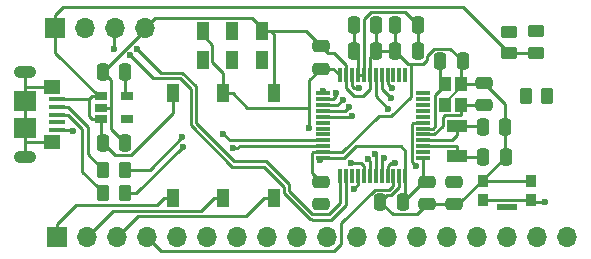
<source format=gbr>
%TF.GenerationSoftware,KiCad,Pcbnew,(6.0.6)*%
%TF.CreationDate,2022-07-30T22:38:46-07:00*%
%TF.ProjectId,ManySegDisplayController,4d616e79-5365-4674-9469-73706c617943,rev?*%
%TF.SameCoordinates,Original*%
%TF.FileFunction,Copper,L1,Top*%
%TF.FilePolarity,Positive*%
%FSLAX46Y46*%
G04 Gerber Fmt 4.6, Leading zero omitted, Abs format (unit mm)*
G04 Created by KiCad (PCBNEW (6.0.6)) date 2022-07-30 22:38:46*
%MOMM*%
%LPD*%
G01*
G04 APERTURE LIST*
G04 Aperture macros list*
%AMRoundRect*
0 Rectangle with rounded corners*
0 $1 Rounding radius*
0 $2 $3 $4 $5 $6 $7 $8 $9 X,Y pos of 4 corners*
0 Add a 4 corners polygon primitive as box body*
4,1,4,$2,$3,$4,$5,$6,$7,$8,$9,$2,$3,0*
0 Add four circle primitives for the rounded corners*
1,1,$1+$1,$2,$3*
1,1,$1+$1,$4,$5*
1,1,$1+$1,$6,$7*
1,1,$1+$1,$8,$9*
0 Add four rect primitives between the rounded corners*
20,1,$1+$1,$2,$3,$4,$5,0*
20,1,$1+$1,$4,$5,$6,$7,0*
20,1,$1+$1,$6,$7,$8,$9,0*
20,1,$1+$1,$8,$9,$2,$3,0*%
G04 Aperture macros list end*
%TA.AperFunction,SMDPad,CuDef*%
%ADD10RoundRect,0.250000X-0.250000X-0.475000X0.250000X-0.475000X0.250000X0.475000X-0.250000X0.475000X0*%
%TD*%
%TA.AperFunction,ComponentPad*%
%ADD11R,1.700000X1.700000*%
%TD*%
%TA.AperFunction,ComponentPad*%
%ADD12O,1.700000X1.700000*%
%TD*%
%TA.AperFunction,SMDPad,CuDef*%
%ADD13R,1.400000X0.400000*%
%TD*%
%TA.AperFunction,SMDPad,CuDef*%
%ADD14R,1.900000X1.750000*%
%TD*%
%TA.AperFunction,SMDPad,CuDef*%
%ADD15R,1.450000X1.150000*%
%TD*%
%TA.AperFunction,ComponentPad*%
%ADD16O,1.900000X1.050000*%
%TD*%
%TA.AperFunction,SMDPad,CuDef*%
%ADD17R,1.000000X1.600000*%
%TD*%
%TA.AperFunction,SMDPad,CuDef*%
%ADD18R,1.100000X1.500000*%
%TD*%
%TA.AperFunction,SMDPad,CuDef*%
%ADD19R,1.060000X0.650000*%
%TD*%
%TA.AperFunction,SMDPad,CuDef*%
%ADD20RoundRect,0.250000X-0.262500X-0.450000X0.262500X-0.450000X0.262500X0.450000X-0.262500X0.450000X0*%
%TD*%
%TA.AperFunction,SMDPad,CuDef*%
%ADD21R,0.900000X1.000000*%
%TD*%
%TA.AperFunction,SMDPad,CuDef*%
%ADD22R,1.700000X0.550000*%
%TD*%
%TA.AperFunction,SMDPad,CuDef*%
%ADD23RoundRect,0.250000X0.475000X-0.250000X0.475000X0.250000X-0.475000X0.250000X-0.475000X-0.250000X0*%
%TD*%
%TA.AperFunction,SMDPad,CuDef*%
%ADD24RoundRect,0.250000X-0.475000X0.250000X-0.475000X-0.250000X0.475000X-0.250000X0.475000X0.250000X0*%
%TD*%
%TA.AperFunction,SMDPad,CuDef*%
%ADD25RoundRect,0.250000X0.250000X0.475000X-0.250000X0.475000X-0.250000X-0.475000X0.250000X-0.475000X0*%
%TD*%
%TA.AperFunction,SMDPad,CuDef*%
%ADD26R,1.193800X0.304800*%
%TD*%
%TA.AperFunction,SMDPad,CuDef*%
%ADD27R,0.304800X1.193800*%
%TD*%
%TA.AperFunction,SMDPad,CuDef*%
%ADD28R,1.000000X1.150000*%
%TD*%
%TA.AperFunction,SMDPad,CuDef*%
%ADD29RoundRect,0.250000X0.450000X-0.262500X0.450000X0.262500X-0.450000X0.262500X-0.450000X-0.262500X0*%
%TD*%
%TA.AperFunction,SMDPad,CuDef*%
%ADD30R,1.800000X1.000000*%
%TD*%
%TA.AperFunction,ViaPad*%
%ADD31C,0.600000*%
%TD*%
%TA.AperFunction,Conductor*%
%ADD32C,0.250000*%
%TD*%
%TA.AperFunction,Conductor*%
%ADD33C,0.200000*%
%TD*%
G04 APERTURE END LIST*
D10*
%TO.P,C20,1*%
%TO.N,+5V*%
X130800000Y-77750000D03*
%TO.P,C20,2*%
%TO.N,GND*%
X132700000Y-77750000D03*
%TD*%
%TO.P,C21,1*%
%TO.N,GND*%
X130800000Y-71750000D03*
%TO.P,C21,2*%
%TO.N,+3V3*%
X132700000Y-71750000D03*
%TD*%
D11*
%TO.P,J1,1*%
%TO.N,Net-(J1-Pad1)*%
X126920000Y-85750000D03*
D12*
%TO.P,J1,2*%
%TO.N,Net-(J1-Pad2)*%
X129460000Y-85750000D03*
%TO.P,J1,3*%
%TO.N,Net-(J1-Pad3)*%
X132000000Y-85750000D03*
%TO.P,J1,4*%
%TO.N,AD0*%
X134540000Y-85750000D03*
%TO.P,J1,5*%
%TO.N,AD1*%
X137080000Y-85750000D03*
%TO.P,J1,6*%
%TO.N,AD2*%
X139620000Y-85750000D03*
%TO.P,J1,7*%
%TO.N,AD3*%
X142160000Y-85750000D03*
%TO.P,J1,8*%
%TO.N,AD4*%
X144700000Y-85750000D03*
%TO.P,J1,9*%
%TO.N,AD5*%
X147240000Y-85750000D03*
%TO.P,J1,10*%
%TO.N,AD6*%
X149780000Y-85750000D03*
%TO.P,J1,11*%
%TO.N,PD0*%
X152320000Y-85750000D03*
%TO.P,J1,12*%
%TO.N,PD1*%
X154860000Y-85750000D03*
%TO.P,J1,13*%
%TO.N,PD2*%
X157400000Y-85750000D03*
%TO.P,J1,14*%
%TO.N,PD3*%
X159940000Y-85750000D03*
%TO.P,J1,15*%
%TO.N,PD4*%
X162480000Y-85750000D03*
%TO.P,J1,16*%
%TO.N,PD5*%
X165020000Y-85750000D03*
%TO.P,J1,17*%
%TO.N,PD6*%
X167560000Y-85750000D03*
%TO.P,J1,18*%
%TO.N,PD7*%
X170100000Y-85750000D03*
%TD*%
D13*
%TO.P,J10,1*%
%TO.N,+5V*%
X126880000Y-74040000D03*
%TO.P,J10,2*%
%TO.N,Net-(J10-Pad2)*%
X126880000Y-74690000D03*
%TO.P,J10,3*%
%TO.N,Net-(J10-Pad3)*%
X126880000Y-75340000D03*
%TO.P,J10,4*%
%TO.N,Net-(J10-Pad4)*%
X126880000Y-75990000D03*
%TO.P,J10,5*%
%TO.N,GND*%
X126880000Y-76640000D03*
D14*
%TO.P,J10,6*%
%TO.N,Net-(J10-Pad6)*%
X124230000Y-74215000D03*
D15*
X126460000Y-77660000D03*
X126460000Y-73020000D03*
D16*
X124230000Y-78915000D03*
X124230000Y-71765000D03*
D14*
X124230000Y-76465000D03*
%TD*%
D17*
%TO.P,SW2,1*%
%TO.N,GND*%
X144250000Y-68300000D03*
%TO.P,SW2,2*%
%TO.N,Net-(R10-Pad2)*%
X141750000Y-68300000D03*
%TO.P,SW2,3*%
%TO.N,+3V3*%
X139250000Y-68300000D03*
%TO.P,SW2,5*%
%TO.N,N/C*%
X144250000Y-70700000D03*
%TO.P,SW2,6*%
X141750000Y-70700000D03*
%TO.P,SW2,7*%
X139250000Y-70700000D03*
%TD*%
D18*
%TO.P,SW10,1*%
%TO.N,GND*%
X145250000Y-73550000D03*
%TO.P,SW10,2*%
%TO.N,Net-(J1-Pad3)*%
X145250000Y-82450000D03*
%TD*%
%TO.P,SW11,1*%
%TO.N,+3V3*%
X140990000Y-73510000D03*
%TO.P,SW11,2*%
%TO.N,Net-(J1-Pad2)*%
X140990000Y-82410000D03*
%TD*%
%TO.P,SW12,1*%
%TO.N,+5V*%
X136750000Y-73540000D03*
%TO.P,SW12,2*%
%TO.N,Net-(J1-Pad1)*%
X136750000Y-82440000D03*
%TD*%
D19*
%TO.P,U10,1*%
%TO.N,+5V*%
X130650000Y-73800000D03*
%TO.P,U10,2*%
%TO.N,GND*%
X130650000Y-74750000D03*
%TO.P,U10,3*%
%TO.N,+5V*%
X130650000Y-75700000D03*
%TO.P,U10,4*%
%TO.N,Net-(U10-Pad4)*%
X132850000Y-75700000D03*
%TO.P,U10,5*%
%TO.N,+3V3*%
X132850000Y-73800000D03*
%TD*%
D20*
%TO.P,R1,1*%
%TO.N,Net-(J10-Pad2)*%
X130837500Y-80000000D03*
%TO.P,R1,2*%
%TO.N,D-*%
X132662500Y-80000000D03*
%TD*%
%TO.P,R2,1*%
%TO.N,Net-(J10-Pad3)*%
X130837500Y-82000000D03*
%TO.P,R2,2*%
%TO.N,D+*%
X132662500Y-82000000D03*
%TD*%
D11*
%TO.P,J2,1*%
%TO.N,+5V*%
X126750000Y-68000000D03*
D12*
%TO.P,J2,2*%
%TO.N,SCL*%
X129290000Y-68000000D03*
%TO.P,J2,3*%
%TO.N,SDA*%
X131830000Y-68000000D03*
%TO.P,J2,4*%
%TO.N,GND*%
X134370000Y-68000000D03*
%TD*%
D21*
%TO.P,SW1,1*%
%TO.N,Net-(C30-Pad1)*%
X162950000Y-82550000D03*
X167050000Y-82550000D03*
%TO.P,SW1,2*%
%TO.N,GND*%
X167050000Y-80950000D03*
X162950000Y-80950000D03*
D22*
%TO.P,SW1,3*%
%TO.N,N/C*%
X165000000Y-83175000D03*
%TD*%
D10*
%TO.P,C1,1*%
%TO.N,Net-(C1-Pad1)*%
X162990000Y-78950000D03*
%TO.P,C1,2*%
%TO.N,GND*%
X164890000Y-78950000D03*
%TD*%
D23*
%TO.P,C4,1*%
%TO.N,Net-(C4-Pad1)*%
X163100000Y-74560000D03*
%TO.P,C4,2*%
%TO.N,GND*%
X163100000Y-72660000D03*
%TD*%
%TO.P,C13,1*%
%TO.N,+3V3*%
X149250000Y-82950000D03*
%TO.P,C13,2*%
%TO.N,GND*%
X149250000Y-81050000D03*
%TD*%
D24*
%TO.P,C11,1*%
%TO.N,+3V3*%
X158250000Y-81050000D03*
%TO.P,C11,2*%
%TO.N,GND*%
X158250000Y-82950000D03*
%TD*%
D23*
%TO.P,C12,1*%
%TO.N,+3V3*%
X149250000Y-71450000D03*
%TO.P,C12,2*%
%TO.N,GND*%
X149250000Y-69550000D03*
%TD*%
D10*
%TO.P,C15,1*%
%TO.N,+3V3*%
X152050000Y-70000000D03*
%TO.P,C15,2*%
%TO.N,GND*%
X153950000Y-70000000D03*
%TD*%
D25*
%TO.P,C16,1*%
%TO.N,+3V3*%
X157450000Y-67750000D03*
%TO.P,C16,2*%
%TO.N,GND*%
X155550000Y-67750000D03*
%TD*%
%TO.P,C10,1*%
%TO.N,+3V3*%
X156200000Y-82750000D03*
%TO.P,C10,2*%
%TO.N,GND*%
X154300000Y-82750000D03*
%TD*%
D10*
%TO.P,C17,1*%
%TO.N,+3V3*%
X152050000Y-67750000D03*
%TO.P,C17,2*%
%TO.N,GND*%
X153950000Y-67750000D03*
%TD*%
D24*
%TO.P,C30,1*%
%TO.N,Net-(C30-Pad1)*%
X160500000Y-81050000D03*
%TO.P,C30,2*%
%TO.N,GND*%
X160500000Y-82950000D03*
%TD*%
D25*
%TO.P,C2,1*%
%TO.N,GND*%
X164880000Y-76410000D03*
%TO.P,C2,2*%
%TO.N,Net-(C2-Pad2)*%
X162980000Y-76410000D03*
%TD*%
D10*
%TO.P,C3,1*%
%TO.N,Net-(C3-Pad1)*%
X159350000Y-70820000D03*
%TO.P,C3,2*%
%TO.N,GND*%
X161250000Y-70820000D03*
%TD*%
D25*
%TO.P,C14,1*%
%TO.N,+3V3*%
X157450000Y-70000000D03*
%TO.P,C14,2*%
%TO.N,GND*%
X155550000Y-70000000D03*
%TD*%
D26*
%TO.P,U1,1*%
%TO.N,+3V3*%
X157899999Y-79030000D03*
%TO.P,U1,2*%
%TO.N,Net-(U1-Pad2)*%
X157899999Y-78530001D03*
%TO.P,U1,3*%
%TO.N,Net-(C1-Pad1)*%
X157899999Y-78029999D03*
%TO.P,U1,4*%
%TO.N,Net-(C2-Pad2)*%
X157899999Y-77530000D03*
%TO.P,U1,5*%
%TO.N,Net-(C4-Pad1)*%
X157899999Y-77030001D03*
%TO.P,U1,6*%
%TO.N,Net-(C3-Pad1)*%
X157899999Y-76530000D03*
%TO.P,U1,7*%
%TO.N,Net-(C30-Pad1)*%
X157899999Y-76030000D03*
%TO.P,U1,8*%
%TO.N,Net-(U1-Pad8)*%
X157899999Y-75529999D03*
%TO.P,U1,9*%
%TO.N,Net-(U1-Pad9)*%
X157899999Y-75030000D03*
%TO.P,U1,10*%
%TO.N,Net-(U1-Pad10)*%
X157899999Y-74530001D03*
%TO.P,U1,11*%
%TO.N,Net-(U1-Pad11)*%
X157899999Y-74029999D03*
%TO.P,U1,12*%
%TO.N,Net-(U1-Pad12)*%
X157899999Y-73530000D03*
D27*
%TO.P,U1,13*%
%TO.N,Net-(U1-Pad13)*%
X156400000Y-72030001D03*
%TO.P,U1,14*%
%TO.N,Net-(U1-Pad14)*%
X155900001Y-72030001D03*
%TO.P,U1,15*%
%TO.N,Net-(U1-Pad15)*%
X155399999Y-72030001D03*
%TO.P,U1,16*%
%TO.N,PD0*%
X154900000Y-72030001D03*
%TO.P,U1,17*%
%TO.N,PD1*%
X154400001Y-72030001D03*
%TO.P,U1,18*%
%TO.N,PD2*%
X153900000Y-72030001D03*
%TO.P,U1,19*%
%TO.N,GND*%
X153400000Y-72030001D03*
%TO.P,U1,20*%
%TO.N,+3V3*%
X152899999Y-72030001D03*
%TO.P,U1,21*%
X152400000Y-72030001D03*
%TO.P,U1,22*%
%TO.N,AD1*%
X151900001Y-72030001D03*
%TO.P,U1,23*%
%TO.N,GND*%
X151399999Y-72030001D03*
%TO.P,U1,24*%
%TO.N,+3V3*%
X150900000Y-72030001D03*
D26*
%TO.P,U1,25*%
%TO.N,AD2*%
X149400001Y-73530000D03*
%TO.P,U1,26*%
%TO.N,AD3*%
X149400001Y-74029999D03*
%TO.P,U1,27*%
%TO.N,AD4*%
X149400001Y-74530001D03*
%TO.P,U1,28*%
%TO.N,AD5*%
X149400001Y-75030000D03*
%TO.P,U1,29*%
%TO.N,AD6*%
X149400001Y-75529999D03*
%TO.P,U1,30*%
%TO.N,Net-(U1-Pad30)*%
X149400001Y-76030000D03*
%TO.P,U1,31*%
%TO.N,Net-(U1-Pad31)*%
X149400001Y-76530000D03*
%TO.P,U1,32*%
%TO.N,Net-(U1-Pad32)*%
X149400001Y-77030001D03*
%TO.P,U1,33*%
%TO.N,D-*%
X149400001Y-77530000D03*
%TO.P,U1,34*%
%TO.N,D+*%
X149400001Y-78029999D03*
%TO.P,U1,35*%
%TO.N,GND*%
X149400001Y-78530001D03*
%TO.P,U1,36*%
%TO.N,+3V3*%
X149400001Y-79030000D03*
D27*
%TO.P,U1,37*%
%TO.N,SCL*%
X150900000Y-80529999D03*
%TO.P,U1,38*%
%TO.N,SDA*%
X151399999Y-80529999D03*
%TO.P,U1,39*%
%TO.N,Net-(U1-Pad39)*%
X151900001Y-80529999D03*
%TO.P,U1,40*%
%TO.N,PD3*%
X152400000Y-80529999D03*
%TO.P,U1,41*%
%TO.N,PD4*%
X152899999Y-80529999D03*
%TO.P,U1,42*%
%TO.N,PD5*%
X153400000Y-80529999D03*
%TO.P,U1,43*%
%TO.N,PD6*%
X153900000Y-80529999D03*
%TO.P,U1,44*%
%TO.N,PD7*%
X154400001Y-80529999D03*
%TO.P,U1,45*%
%TO.N,BOOT0*%
X154900000Y-80529999D03*
%TO.P,U1,46*%
%TO.N,AD0*%
X155399999Y-80529999D03*
%TO.P,U1,47*%
%TO.N,GND*%
X155900001Y-80529999D03*
%TO.P,U1,48*%
%TO.N,+3V3*%
X156400000Y-80529999D03*
%TD*%
D28*
%TO.P,Y2,1*%
%TO.N,Net-(C3-Pad1)*%
X159760000Y-72755000D03*
%TO.P,Y2,2*%
%TO.N,GND*%
X159760000Y-74505000D03*
%TO.P,Y2,3*%
%TO.N,Net-(C4-Pad1)*%
X161160000Y-74505000D03*
%TO.P,Y2,4*%
%TO.N,GND*%
X161160000Y-72755000D03*
%TD*%
D20*
%TO.P,R10,1*%
%TO.N,BOOT0*%
X166587500Y-73750000D03*
%TO.P,R10,2*%
%TO.N,Net-(R10-Pad2)*%
X168412500Y-73750000D03*
%TD*%
D29*
%TO.P,R20,1*%
%TO.N,+5V*%
X167470000Y-70132500D03*
%TO.P,R20,2*%
%TO.N,SCL*%
X167470000Y-68307500D03*
%TD*%
%TO.P,R21,1*%
%TO.N,+5V*%
X165170000Y-70172500D03*
%TO.P,R21,2*%
%TO.N,SDA*%
X165170000Y-68347500D03*
%TD*%
D30*
%TO.P,Y1,1*%
%TO.N,Net-(C1-Pad1)*%
X160810000Y-78850000D03*
%TO.P,Y1,2*%
%TO.N,Net-(C2-Pad2)*%
X160810000Y-76350000D03*
%TD*%
D31*
%TO.N,GND*%
X130650000Y-74750000D03*
X128250000Y-76750000D03*
%TO.N,+3V3*%
X132700000Y-71750000D03*
X139250000Y-68300000D03*
X149155000Y-82950000D03*
X149250000Y-71450000D03*
X149155000Y-79182403D03*
X152050000Y-70000000D03*
X148250000Y-76500000D03*
%TO.N,Net-(C30-Pad1)*%
X157274999Y-79682402D03*
X168250000Y-82750000D03*
X160500000Y-81050000D03*
%TO.N,PD7*%
X154579169Y-79043075D03*
%TO.N,PD6*%
X153876449Y-78660729D03*
%TO.N,PD5*%
X153222906Y-79122122D03*
%TO.N,PD4*%
X151825010Y-79433097D03*
%TO.N,PD3*%
X152024999Y-81626901D03*
%TO.N,PD2*%
X154933628Y-74836666D03*
%TO.N,PD1*%
X155162469Y-73971415D03*
%TO.N,PD0*%
X155250000Y-73126903D03*
%TO.N,AD6*%
X151876489Y-75429655D03*
%TO.N,AD5*%
X151650558Y-74662219D03*
%TO.N,AD4*%
X151106339Y-74075850D03*
%TO.N,AD3*%
X150496903Y-73500000D03*
%TO.N,AD2*%
X149400001Y-73377597D03*
%TO.N,AD1*%
X152500000Y-73126903D03*
%TO.N,D-*%
X141000000Y-77000000D03*
X137500000Y-77250000D03*
%TO.N,D+*%
X141794963Y-78155000D03*
X137541941Y-78091944D03*
%TO.N,Net-(R10-Pad2)*%
X141750000Y-68300000D03*
X168412500Y-73750000D03*
%TO.N,BOOT0*%
X166587500Y-73750000D03*
X155499443Y-79433097D03*
%TO.N,SCL*%
X167470000Y-68307500D03*
X133657629Y-69776256D03*
%TO.N,SDA*%
X133091942Y-70341942D03*
X165170000Y-68347500D03*
X131750000Y-69800001D03*
%TD*%
D32*
%TO.N,GND*%
X156800010Y-71050010D02*
X156600010Y-71050010D01*
X148478100Y-80278100D02*
X148478100Y-78605002D01*
X155550000Y-67750000D02*
X155550000Y-70000000D01*
X161250000Y-70820000D02*
X160199990Y-69769990D01*
D33*
X161160000Y-72970002D02*
X161160000Y-72755000D01*
D32*
X151083589Y-78530001D02*
X154151923Y-75461667D01*
X157680461Y-83519539D02*
X158250000Y-82950000D01*
X153950000Y-70000000D02*
X155550000Y-70000000D01*
X155220250Y-82180461D02*
X155900001Y-81500710D01*
X160890000Y-82950000D02*
X160500000Y-82950000D01*
X158250000Y-82950000D02*
X160500000Y-82950000D01*
X130800000Y-71750000D02*
X134370000Y-68180000D01*
D33*
X159760000Y-74370002D02*
X161160000Y-72970002D01*
D32*
X164880000Y-78940000D02*
X164890000Y-78950000D01*
X130800000Y-71750000D02*
X131505001Y-72455001D01*
X131505001Y-76555001D02*
X131505001Y-74825001D01*
X143400001Y-67150001D02*
X144250000Y-68000000D01*
X134370000Y-68180000D02*
X134370000Y-68000000D01*
X163005000Y-72755000D02*
X163100000Y-72660000D01*
X153950000Y-70000000D02*
X153950000Y-67750000D01*
X164880000Y-76410000D02*
X164880000Y-78940000D01*
X156119539Y-70569539D02*
X155550000Y-70000000D01*
X149400001Y-78530001D02*
X151083589Y-78530001D01*
X132700000Y-77750000D02*
X131505001Y-76555001D01*
X157399990Y-83800010D02*
X157680461Y-83519539D01*
X128140000Y-76640000D02*
X128250000Y-76750000D01*
X150336437Y-70119539D02*
X149819539Y-70119539D01*
X148553101Y-78530001D02*
X149400001Y-78530001D01*
X156877401Y-73817895D02*
X156877401Y-71127401D01*
X131505001Y-74825001D02*
X131430000Y-74750000D01*
X162950000Y-80950000D02*
X163650000Y-80950000D01*
X145250000Y-73550000D02*
X145250000Y-68550000D01*
X126880000Y-76640000D02*
X128140000Y-76640000D01*
X131430000Y-74750000D02*
X130650000Y-74750000D01*
X151399999Y-72030001D02*
X151399999Y-71183101D01*
X145000000Y-68300000D02*
X144250000Y-68300000D01*
X135219999Y-67150001D02*
X143400001Y-67150001D01*
X154300000Y-82750000D02*
X154869539Y-82180461D01*
X153400000Y-70550000D02*
X153950000Y-70000000D01*
X152064327Y-73751904D02*
X151422600Y-73110177D01*
X160199990Y-69769990D02*
X158861820Y-69769990D01*
X153400000Y-72030001D02*
X153400000Y-70550000D01*
X156600010Y-71050010D02*
X156119539Y-70569539D01*
X152800001Y-73751904D02*
X152064327Y-73751904D01*
X155900001Y-81500710D02*
X155900001Y-81376899D01*
X155350010Y-83800010D02*
X157399990Y-83800010D01*
X151399999Y-71183101D02*
X150336437Y-70119539D01*
X154151923Y-75461667D02*
X155233629Y-75461667D01*
X155233629Y-75461667D02*
X156877401Y-73817895D01*
X158275010Y-70356800D02*
X158275010Y-70713180D01*
X144250000Y-68300000D02*
X148000000Y-68300000D01*
X163650000Y-80950000D02*
X167050000Y-80950000D01*
X161160000Y-72755000D02*
X163005000Y-72755000D01*
X161160000Y-70910000D02*
X161250000Y-70820000D01*
X154300000Y-82750000D02*
X155350010Y-83800010D01*
X158861820Y-69769990D02*
X158275010Y-70356800D01*
X164880000Y-74440000D02*
X163100000Y-72660000D01*
X148000000Y-68300000D02*
X149250000Y-69550000D01*
X154869539Y-82180461D02*
X155220250Y-82180461D01*
X145250000Y-68550000D02*
X145000000Y-68300000D01*
X131505001Y-72455001D02*
X131505001Y-74825001D01*
D33*
X159760000Y-74505000D02*
X159760000Y-74370002D01*
D32*
X144250000Y-68000000D02*
X144250000Y-68300000D01*
X148478100Y-78605002D02*
X148553101Y-78530001D01*
X151422600Y-72052602D02*
X151399999Y-72030001D01*
X155900001Y-81376899D02*
X155900001Y-80529999D01*
X161160000Y-72755000D02*
X161160000Y-70910000D01*
X151422600Y-73110177D02*
X151422600Y-72052602D01*
X153400000Y-73151905D02*
X152800001Y-73751904D01*
X134370000Y-68000000D02*
X135219999Y-67150001D01*
X149819539Y-70119539D02*
X149250000Y-69550000D01*
X149250000Y-81050000D02*
X148478100Y-80278100D01*
X153400000Y-72030001D02*
X153400000Y-73151905D01*
X157938180Y-71050010D02*
X156800010Y-71050010D01*
X164880000Y-76410000D02*
X164880000Y-74440000D01*
X158275010Y-70713180D02*
X157938180Y-71050010D01*
X156877401Y-71127401D02*
X156800010Y-71050010D01*
X164890000Y-78950000D02*
X160890000Y-82950000D01*
%TO.N,Net-(C1-Pad1)*%
X160810000Y-78100000D02*
X160810000Y-78850000D01*
X162990000Y-78950000D02*
X160910000Y-78950000D01*
X157899999Y-78029999D02*
X160739999Y-78029999D01*
X160910000Y-78950000D02*
X160810000Y-78850000D01*
X160739999Y-78029999D02*
X160810000Y-78100000D01*
%TO.N,Net-(C2-Pad2)*%
X160810000Y-77100000D02*
X160810000Y-76350000D01*
X160380000Y-77530000D02*
X160810000Y-77100000D01*
X157899999Y-77530000D02*
X160380000Y-77530000D01*
X160810000Y-76350000D02*
X162920000Y-76350000D01*
X162920000Y-76350000D02*
X162980000Y-76410000D01*
%TO.N,Net-(C3-Pad1)*%
X158734301Y-76530000D02*
X158934999Y-76329302D01*
X158934999Y-76329302D02*
X158934999Y-73655001D01*
X157899999Y-76530000D02*
X158734301Y-76530000D01*
X159760000Y-72830000D02*
X159760000Y-72755000D01*
X158934999Y-73655001D02*
X159760000Y-72830000D01*
X159350000Y-72345000D02*
X159760000Y-72755000D01*
X159350000Y-70820000D02*
X159350000Y-72345000D01*
%TO.N,Net-(C4-Pad1)*%
X159584999Y-75589999D02*
X159769997Y-75405001D01*
X161215000Y-74560000D02*
X161160000Y-74505000D01*
X161084999Y-75405001D02*
X161160000Y-75330000D01*
X163100000Y-74560000D02*
X161215000Y-74560000D01*
X159769997Y-75405001D02*
X161084999Y-75405001D01*
X161160000Y-75330000D02*
X161160000Y-74505000D01*
X158870710Y-77030001D02*
X159584999Y-76315712D01*
X157899999Y-77030001D02*
X158870710Y-77030001D01*
X159584999Y-76315712D02*
X159584999Y-75589999D01*
%TO.N,+3V3*%
X140075001Y-69425001D02*
X139250000Y-68600000D01*
X152400000Y-72030001D02*
X152899999Y-72030001D01*
X156400000Y-80529999D02*
X156400000Y-82550000D01*
X143030000Y-74750000D02*
X148250000Y-74750000D01*
X151220000Y-79030000D02*
X152214272Y-78035728D01*
X148250000Y-76500000D02*
X148250000Y-74750000D01*
X152214272Y-78035728D02*
X156035728Y-78035728D01*
X152899999Y-72030001D02*
X152899999Y-67261811D01*
X139250000Y-68600000D02*
X139250000Y-68300000D01*
X156200000Y-82750000D02*
X157900000Y-81050000D01*
X156400000Y-79683099D02*
X156400000Y-80529999D01*
X148250000Y-74750000D02*
X148250000Y-72450000D01*
X153461820Y-66699990D02*
X156399990Y-66699990D01*
X152400000Y-70350000D02*
X152050000Y-70000000D01*
X149250000Y-82950000D02*
X149155000Y-82950000D01*
X156880461Y-67180461D02*
X157450000Y-67750000D01*
X140990000Y-73510000D02*
X140989999Y-71825001D01*
X156400000Y-78400000D02*
X156400000Y-79683099D01*
X156400000Y-82550000D02*
X156200000Y-82750000D01*
X148250000Y-72450000D02*
X149250000Y-71450000D01*
X140075001Y-70910003D02*
X140075001Y-69425001D01*
X157899999Y-80699999D02*
X158250000Y-81050000D01*
X140990000Y-73510000D02*
X141790000Y-73510000D01*
X150319999Y-71450000D02*
X150900000Y-72030001D01*
X152400000Y-72030001D02*
X152400000Y-70350000D01*
X149250000Y-71450000D02*
X150319999Y-71450000D01*
X132700000Y-73650000D02*
X132850000Y-73800000D01*
X132700000Y-71750000D02*
X132700000Y-73650000D01*
X156035728Y-78035728D02*
X156400000Y-78400000D01*
X140989999Y-71825001D02*
X140075001Y-70910003D01*
X157899999Y-79030000D02*
X157899999Y-80699999D01*
X156399990Y-66699990D02*
X156880461Y-67180461D01*
X152899999Y-67261811D02*
X153461820Y-66699990D01*
X157450000Y-70000000D02*
X157450000Y-67750000D01*
X152050000Y-70000000D02*
X152050000Y-67750000D01*
X149400001Y-79030000D02*
X151220000Y-79030000D01*
X157900000Y-81050000D02*
X158250000Y-81050000D01*
X141790000Y-73510000D02*
X143030000Y-74750000D01*
%TO.N,+5V*%
X165170000Y-70172500D02*
X167430000Y-70172500D01*
X167430000Y-70172500D02*
X167470000Y-70132500D01*
X131369539Y-78319539D02*
X130800000Y-77750000D01*
X161247481Y-66249981D02*
X127400019Y-66249981D01*
X129630000Y-74040000D02*
X127830000Y-74040000D01*
X126750000Y-66900000D02*
X126750000Y-68000000D01*
X126750000Y-70105000D02*
X130445000Y-73800000D01*
X130445000Y-73800000D02*
X130650000Y-73800000D01*
X130650000Y-77600000D02*
X130800000Y-77750000D01*
X126750000Y-68000000D02*
X126750000Y-70105000D01*
X129870000Y-75700000D02*
X129630000Y-75460000D01*
X130650000Y-75700000D02*
X130650000Y-77600000D01*
X136750000Y-75238190D02*
X133188180Y-78800010D01*
X133188180Y-78800010D02*
X131850010Y-78800010D01*
X130650000Y-75700000D02*
X129870000Y-75700000D01*
X127830000Y-74040000D02*
X126880000Y-74040000D01*
X165170000Y-70172500D02*
X161247481Y-66249981D01*
X130650000Y-73800000D02*
X129870000Y-73800000D01*
X129870000Y-73800000D02*
X129630000Y-74040000D01*
X127400019Y-66249981D02*
X126750000Y-66900000D01*
X131850010Y-78800010D02*
X131369539Y-78319539D01*
X136750000Y-73540000D02*
X136750000Y-75238190D01*
X129630000Y-75460000D02*
X129630000Y-74040000D01*
%TO.N,Net-(C30-Pad1)*%
X156978098Y-79385501D02*
X157274999Y-79682402D01*
X157899999Y-76030000D02*
X157053099Y-76030000D01*
X162950000Y-82550000D02*
X167050000Y-82550000D01*
X168250000Y-82750000D02*
X167250000Y-82750000D01*
X167250000Y-82750000D02*
X167050000Y-82550000D01*
X156978098Y-76105001D02*
X156978098Y-79385501D01*
X157053099Y-76030000D02*
X156978098Y-76105001D01*
%TO.N,PD7*%
X154579169Y-79043075D02*
X154400001Y-79222243D01*
X154400001Y-79222243D02*
X154400001Y-80529999D01*
%TO.N,PD6*%
X153900000Y-78684280D02*
X153900000Y-80529999D01*
X153876449Y-78660729D02*
X153900000Y-78684280D01*
%TO.N,PD5*%
X153222906Y-79122122D02*
X153400000Y-79299216D01*
X153400000Y-79299216D02*
X153400000Y-80529999D01*
%TO.N,PD4*%
X152899999Y-80529999D02*
X152899999Y-79683099D01*
X152899999Y-79683099D02*
X152649997Y-79433097D01*
X152649997Y-79433097D02*
X151825010Y-79433097D01*
%TO.N,PD3*%
X152400000Y-81251900D02*
X152400000Y-80529999D01*
X152024999Y-81626901D02*
X152400000Y-81251900D01*
%TO.N,PD2*%
X153900000Y-73803038D02*
X154933628Y-74836666D01*
X153900000Y-72030001D02*
X153900000Y-73803038D01*
%TO.N,PD1*%
X154400001Y-72030001D02*
X154400001Y-73208947D01*
X154400001Y-73208947D02*
X155162469Y-73971415D01*
%TO.N,PD0*%
X154900000Y-72776903D02*
X154900000Y-72030001D01*
X155250000Y-73126903D02*
X154900000Y-72776903D01*
%TO.N,AD6*%
X149400001Y-75529999D02*
X151776145Y-75529999D01*
X151776145Y-75529999D02*
X151876489Y-75429655D01*
%TO.N,AD5*%
X151650558Y-74662219D02*
X151282777Y-75030000D01*
X151282777Y-75030000D02*
X149400001Y-75030000D01*
%TO.N,AD4*%
X150652188Y-74530001D02*
X149400001Y-74530001D01*
X151106339Y-74075850D02*
X150652188Y-74530001D01*
%TO.N,AD3*%
X150246901Y-74029999D02*
X149400001Y-74029999D01*
X150246901Y-74029999D02*
X150496903Y-73779997D01*
X150496903Y-73779997D02*
X150496903Y-73500000D01*
%TO.N,AD1*%
X152500000Y-73126903D02*
X152075736Y-73126903D01*
X151900001Y-72951168D02*
X151900001Y-72876901D01*
X151900202Y-72030202D02*
X151900001Y-72030001D01*
X151900001Y-72876901D02*
X151900001Y-72030001D01*
X152075736Y-73126903D02*
X151900001Y-72951168D01*
%TO.N,AD0*%
X150955001Y-84556809D02*
X150955001Y-86314001D01*
X155399999Y-80529999D02*
X155399999Y-81364302D01*
X155399999Y-81364302D02*
X155064311Y-81699990D01*
X134540000Y-85750000D02*
X135715001Y-86925001D01*
X150955001Y-86314001D02*
X150344001Y-86925001D01*
X155064311Y-81699990D02*
X153811820Y-81699990D01*
X150344001Y-86925001D02*
X135715001Y-86925001D01*
X153811820Y-81699990D02*
X150955001Y-84556809D01*
%TO.N,Net-(J1-Pad3)*%
X132000000Y-85750000D02*
X133784989Y-83965011D01*
X144450000Y-82450000D02*
X145250000Y-82450000D01*
X142934989Y-83965011D02*
X144450000Y-82450000D01*
X133784989Y-83965011D02*
X142934989Y-83965011D01*
%TO.N,Net-(J1-Pad2)*%
X131694999Y-83515001D02*
X139084999Y-83515001D01*
X140190000Y-82410000D02*
X140990000Y-82410000D01*
X129460000Y-85750000D02*
X131694999Y-83515001D01*
X139084999Y-83515001D02*
X140190000Y-82410000D01*
%TO.N,Net-(J1-Pad1)*%
X135364990Y-83025010D02*
X135950000Y-82440000D01*
X135950000Y-82440000D02*
X136750000Y-82440000D01*
X128544990Y-83025010D02*
X135364990Y-83025010D01*
X126920000Y-85750000D02*
X126920000Y-84650000D01*
X126920000Y-84650000D02*
X128544990Y-83025010D01*
%TO.N,Net-(J10-Pad6)*%
X124230000Y-73090000D02*
X124300000Y-73020000D01*
X124230000Y-77590000D02*
X124300000Y-77660000D01*
X124230000Y-74215000D02*
X124230000Y-76465000D01*
X125485000Y-77660000D02*
X126460000Y-77660000D01*
X124230000Y-74215000D02*
X124230000Y-71765000D01*
X124230000Y-76465000D02*
X124230000Y-78915000D01*
X125485000Y-73020000D02*
X126460000Y-73020000D01*
X124230000Y-76465000D02*
X124230000Y-77590000D01*
X124300000Y-77660000D02*
X125485000Y-77660000D01*
X124300000Y-73020000D02*
X125485000Y-73020000D01*
X124230000Y-74215000D02*
X124230000Y-73090000D01*
%TO.N,Net-(J10-Pad3)*%
X126880000Y-75340000D02*
X127830000Y-75340000D01*
X130260882Y-81423382D02*
X130837500Y-82000000D01*
X127830000Y-75340000D02*
X129049990Y-76559990D01*
X129049990Y-76559990D02*
X129049990Y-80212490D01*
X129049990Y-80212490D02*
X130260882Y-81423382D01*
%TO.N,Net-(J10-Pad2)*%
X129500000Y-76373590D02*
X129500000Y-78662500D01*
X126880000Y-74690000D02*
X127816410Y-74690000D01*
X130837500Y-80000000D02*
X129500000Y-78662500D01*
X127816410Y-74690000D02*
X129500000Y-76373590D01*
%TO.N,D-*%
X134750000Y-80000000D02*
X137500000Y-77250000D01*
X141530000Y-77530000D02*
X149400001Y-77530000D01*
X141000000Y-77000000D02*
X141530000Y-77530000D01*
X132662500Y-80000000D02*
X134750000Y-80000000D01*
%TO.N,D+*%
X142219227Y-78155000D02*
X142344228Y-78029999D01*
X141794963Y-78155000D02*
X142219227Y-78155000D01*
X148553101Y-78029999D02*
X149400001Y-78029999D01*
X142344228Y-78029999D02*
X148553101Y-78029999D01*
X133633885Y-82000000D02*
X137541941Y-78091944D01*
X132662500Y-82000000D02*
X133633885Y-82000000D01*
%TO.N,BOOT0*%
X154900000Y-80529999D02*
X154900000Y-79683099D01*
X154900000Y-79683099D02*
X155150002Y-79433097D01*
X155150002Y-79433097D02*
X155499443Y-79433097D01*
%TO.N,SCL*%
X138700010Y-76063600D02*
X138700010Y-72968598D01*
X148536820Y-83775010D02*
X146575011Y-81813201D01*
X137531402Y-71799990D02*
X135681363Y-71799990D01*
X135681363Y-71799990D02*
X133657629Y-69776256D01*
X141886410Y-79250000D02*
X138700010Y-76063600D01*
X149963180Y-83775010D02*
X148536820Y-83775010D01*
X144571412Y-79250000D02*
X141886410Y-79250000D01*
X146575011Y-81813201D02*
X146575010Y-81253598D01*
X150900000Y-82838190D02*
X149963180Y-83775010D01*
X150900000Y-80529999D02*
X150900000Y-82838190D01*
X138700010Y-72968598D02*
X137531402Y-71799990D01*
X146575010Y-81253598D02*
X144571412Y-79250000D01*
%TO.N,SDA*%
X137345002Y-72250000D02*
X135000000Y-72250000D01*
X150124600Y-84250000D02*
X148500000Y-84250000D01*
X141750000Y-79750000D02*
X138250000Y-76250000D01*
X148500000Y-84250000D02*
X148475020Y-84225020D01*
X138250000Y-73154998D02*
X137345002Y-72250000D01*
X131750000Y-68080000D02*
X131830000Y-68000000D01*
X151399999Y-82974601D02*
X150124600Y-84250000D01*
X146125001Y-81999601D02*
X146125001Y-81439999D01*
X151399999Y-80529999D02*
X151399999Y-82974601D01*
X148475020Y-84225020D02*
X148350420Y-84225020D01*
X135000000Y-72250000D02*
X133091942Y-70341942D01*
X146125001Y-81439999D02*
X144435002Y-79750000D01*
X131750000Y-69800001D02*
X131750000Y-68080000D01*
X144435002Y-79750000D02*
X141750000Y-79750000D01*
X138250000Y-76250000D02*
X138250000Y-73154998D01*
X148350420Y-84225020D02*
X146125001Y-81999601D01*
%TD*%
M02*

</source>
